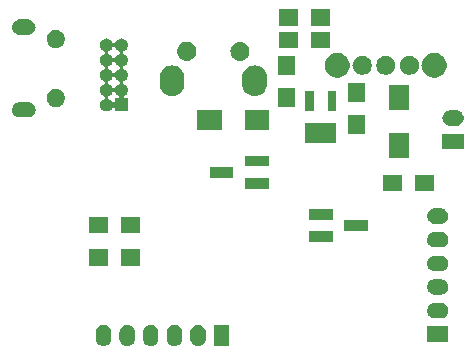
<source format=gbr>
G04 #@! TF.GenerationSoftware,KiCad,Pcbnew,5.0.2-bee76a0~70~ubuntu18.04.1*
G04 #@! TF.CreationDate,2019-04-29T21:23:14-04:00*
G04 #@! TF.ProjectId,E73 SCR,45373320-5343-4522-9e6b-696361645f70,rev?*
G04 #@! TF.SameCoordinates,Original*
G04 #@! TF.FileFunction,Soldermask,Bot*
G04 #@! TF.FilePolarity,Negative*
%FSLAX46Y46*%
G04 Gerber Fmt 4.6, Leading zero omitted, Abs format (unit mm)*
G04 Created by KiCad (PCBNEW 5.0.2-bee76a0~70~ubuntu18.04.1) date Mon 29 Apr 2019 09:23:14 PM EDT*
%MOMM*%
%LPD*%
G01*
G04 APERTURE LIST*
%ADD10C,0.100000*%
G04 APERTURE END LIST*
D10*
G36*
X128327618Y-86108420D02*
X128409427Y-86133237D01*
X128450333Y-86145645D01*
X128550491Y-86199181D01*
X128563426Y-86206095D01*
X128662553Y-86287447D01*
X128743905Y-86386574D01*
X128743906Y-86386576D01*
X128804355Y-86499667D01*
X128804355Y-86499668D01*
X128841580Y-86622382D01*
X128851000Y-86718027D01*
X128851000Y-87281973D01*
X128841580Y-87377618D01*
X128816763Y-87459427D01*
X128804355Y-87500333D01*
X128750819Y-87600491D01*
X128743905Y-87613426D01*
X128662553Y-87712553D01*
X128563425Y-87793905D01*
X128510782Y-87822043D01*
X128450332Y-87854355D01*
X128409426Y-87866763D01*
X128327617Y-87891580D01*
X128200000Y-87904149D01*
X128072382Y-87891580D01*
X127990573Y-87866763D01*
X127949667Y-87854355D01*
X127836576Y-87793906D01*
X127836574Y-87793905D01*
X127737447Y-87712553D01*
X127656095Y-87613425D01*
X127595646Y-87500333D01*
X127595645Y-87500332D01*
X127583237Y-87459426D01*
X127558420Y-87377617D01*
X127549000Y-87281972D01*
X127549000Y-86718027D01*
X127558420Y-86622382D01*
X127595645Y-86499668D01*
X127595645Y-86499667D01*
X127656094Y-86386576D01*
X127656095Y-86386574D01*
X127737448Y-86287447D01*
X127836575Y-86206095D01*
X127849510Y-86199181D01*
X127949668Y-86145645D01*
X127990574Y-86133237D01*
X128072383Y-86108420D01*
X128200000Y-86095851D01*
X128327618Y-86108420D01*
X128327618Y-86108420D01*
G37*
G36*
X122327618Y-86108420D02*
X122409427Y-86133237D01*
X122450333Y-86145645D01*
X122550491Y-86199181D01*
X122563426Y-86206095D01*
X122662553Y-86287447D01*
X122743905Y-86386574D01*
X122743906Y-86386576D01*
X122804355Y-86499667D01*
X122804355Y-86499668D01*
X122841580Y-86622382D01*
X122851000Y-86718027D01*
X122851000Y-87281973D01*
X122841580Y-87377618D01*
X122816763Y-87459427D01*
X122804355Y-87500333D01*
X122750819Y-87600491D01*
X122743905Y-87613426D01*
X122662553Y-87712553D01*
X122563425Y-87793905D01*
X122510782Y-87822043D01*
X122450332Y-87854355D01*
X122409426Y-87866763D01*
X122327617Y-87891580D01*
X122200000Y-87904149D01*
X122072382Y-87891580D01*
X121990573Y-87866763D01*
X121949667Y-87854355D01*
X121836576Y-87793906D01*
X121836574Y-87793905D01*
X121737447Y-87712553D01*
X121656095Y-87613425D01*
X121595646Y-87500333D01*
X121595645Y-87500332D01*
X121583237Y-87459426D01*
X121558420Y-87377617D01*
X121549000Y-87281972D01*
X121549000Y-86718027D01*
X121558420Y-86622382D01*
X121595645Y-86499668D01*
X121595645Y-86499667D01*
X121656094Y-86386576D01*
X121656095Y-86386574D01*
X121737448Y-86287447D01*
X121836575Y-86206095D01*
X121849510Y-86199181D01*
X121949668Y-86145645D01*
X121990574Y-86133237D01*
X122072383Y-86108420D01*
X122200000Y-86095851D01*
X122327618Y-86108420D01*
X122327618Y-86108420D01*
G37*
G36*
X120327618Y-86108420D02*
X120409427Y-86133237D01*
X120450333Y-86145645D01*
X120550491Y-86199181D01*
X120563426Y-86206095D01*
X120662553Y-86287447D01*
X120743905Y-86386574D01*
X120743906Y-86386576D01*
X120804355Y-86499667D01*
X120804355Y-86499668D01*
X120841580Y-86622382D01*
X120851000Y-86718027D01*
X120851000Y-87281973D01*
X120841580Y-87377618D01*
X120816763Y-87459427D01*
X120804355Y-87500333D01*
X120750819Y-87600491D01*
X120743905Y-87613426D01*
X120662553Y-87712553D01*
X120563425Y-87793905D01*
X120510782Y-87822043D01*
X120450332Y-87854355D01*
X120409426Y-87866763D01*
X120327617Y-87891580D01*
X120200000Y-87904149D01*
X120072382Y-87891580D01*
X119990573Y-87866763D01*
X119949667Y-87854355D01*
X119836576Y-87793906D01*
X119836574Y-87793905D01*
X119737447Y-87712553D01*
X119656095Y-87613425D01*
X119595646Y-87500333D01*
X119595645Y-87500332D01*
X119583237Y-87459426D01*
X119558420Y-87377617D01*
X119549000Y-87281972D01*
X119549000Y-86718027D01*
X119558420Y-86622382D01*
X119595645Y-86499668D01*
X119595645Y-86499667D01*
X119656094Y-86386576D01*
X119656095Y-86386574D01*
X119737448Y-86287447D01*
X119836575Y-86206095D01*
X119849510Y-86199181D01*
X119949668Y-86145645D01*
X119990574Y-86133237D01*
X120072383Y-86108420D01*
X120200000Y-86095851D01*
X120327618Y-86108420D01*
X120327618Y-86108420D01*
G37*
G36*
X126327618Y-86108420D02*
X126409427Y-86133237D01*
X126450333Y-86145645D01*
X126550491Y-86199181D01*
X126563426Y-86206095D01*
X126662553Y-86287447D01*
X126743905Y-86386574D01*
X126743906Y-86386576D01*
X126804355Y-86499667D01*
X126804355Y-86499668D01*
X126841580Y-86622382D01*
X126851000Y-86718027D01*
X126851000Y-87281973D01*
X126841580Y-87377618D01*
X126816763Y-87459427D01*
X126804355Y-87500333D01*
X126750819Y-87600491D01*
X126743905Y-87613426D01*
X126662553Y-87712553D01*
X126563425Y-87793905D01*
X126510782Y-87822043D01*
X126450332Y-87854355D01*
X126409426Y-87866763D01*
X126327617Y-87891580D01*
X126200000Y-87904149D01*
X126072382Y-87891580D01*
X125990573Y-87866763D01*
X125949667Y-87854355D01*
X125836576Y-87793906D01*
X125836574Y-87793905D01*
X125737447Y-87712553D01*
X125656095Y-87613425D01*
X125595646Y-87500333D01*
X125595645Y-87500332D01*
X125583237Y-87459426D01*
X125558420Y-87377617D01*
X125549000Y-87281972D01*
X125549000Y-86718027D01*
X125558420Y-86622382D01*
X125595645Y-86499668D01*
X125595645Y-86499667D01*
X125656094Y-86386576D01*
X125656095Y-86386574D01*
X125737448Y-86287447D01*
X125836575Y-86206095D01*
X125849510Y-86199181D01*
X125949668Y-86145645D01*
X125990574Y-86133237D01*
X126072383Y-86108420D01*
X126200000Y-86095851D01*
X126327618Y-86108420D01*
X126327618Y-86108420D01*
G37*
G36*
X124327618Y-86108420D02*
X124409427Y-86133237D01*
X124450333Y-86145645D01*
X124550491Y-86199181D01*
X124563426Y-86206095D01*
X124662553Y-86287447D01*
X124743905Y-86386574D01*
X124743906Y-86386576D01*
X124804355Y-86499667D01*
X124804355Y-86499668D01*
X124841580Y-86622382D01*
X124851000Y-86718027D01*
X124851000Y-87281973D01*
X124841580Y-87377618D01*
X124816763Y-87459427D01*
X124804355Y-87500333D01*
X124750819Y-87600491D01*
X124743905Y-87613426D01*
X124662553Y-87712553D01*
X124563425Y-87793905D01*
X124510782Y-87822043D01*
X124450332Y-87854355D01*
X124409426Y-87866763D01*
X124327617Y-87891580D01*
X124200000Y-87904149D01*
X124072382Y-87891580D01*
X123990573Y-87866763D01*
X123949667Y-87854355D01*
X123836576Y-87793906D01*
X123836574Y-87793905D01*
X123737447Y-87712553D01*
X123656095Y-87613425D01*
X123595646Y-87500333D01*
X123595645Y-87500332D01*
X123583237Y-87459426D01*
X123558420Y-87377617D01*
X123549000Y-87281972D01*
X123549000Y-86718027D01*
X123558420Y-86622382D01*
X123595645Y-86499668D01*
X123595645Y-86499667D01*
X123656094Y-86386576D01*
X123656095Y-86386574D01*
X123737448Y-86287447D01*
X123836575Y-86206095D01*
X123849510Y-86199181D01*
X123949668Y-86145645D01*
X123990574Y-86133237D01*
X124072383Y-86108420D01*
X124200000Y-86095851D01*
X124327618Y-86108420D01*
X124327618Y-86108420D01*
G37*
G36*
X130851000Y-87901000D02*
X129549000Y-87901000D01*
X129549000Y-86099000D01*
X130851000Y-86099000D01*
X130851000Y-87901000D01*
X130851000Y-87901000D01*
G37*
G36*
X149401000Y-87551000D02*
X147599000Y-87551000D01*
X147599000Y-86249000D01*
X149401000Y-86249000D01*
X149401000Y-87551000D01*
X149401000Y-87551000D01*
G37*
G36*
X148813855Y-84252140D02*
X148877618Y-84258420D01*
X148959427Y-84283237D01*
X149000333Y-84295645D01*
X149100491Y-84349181D01*
X149113426Y-84356095D01*
X149212553Y-84437447D01*
X149293905Y-84536574D01*
X149293906Y-84536576D01*
X149354355Y-84649667D01*
X149354355Y-84649668D01*
X149391580Y-84772382D01*
X149404149Y-84900000D01*
X149391580Y-85027618D01*
X149366763Y-85109427D01*
X149354355Y-85150333D01*
X149300819Y-85250491D01*
X149293905Y-85263426D01*
X149212553Y-85362553D01*
X149113426Y-85443905D01*
X149113424Y-85443906D01*
X149000333Y-85504355D01*
X148959427Y-85516763D01*
X148877618Y-85541580D01*
X148813855Y-85547860D01*
X148781974Y-85551000D01*
X148218026Y-85551000D01*
X148186145Y-85547860D01*
X148122382Y-85541580D01*
X148040573Y-85516763D01*
X147999667Y-85504355D01*
X147886576Y-85443906D01*
X147886574Y-85443905D01*
X147787447Y-85362553D01*
X147706095Y-85263426D01*
X147699181Y-85250491D01*
X147645645Y-85150333D01*
X147633237Y-85109427D01*
X147608420Y-85027618D01*
X147595851Y-84900000D01*
X147608420Y-84772382D01*
X147645645Y-84649668D01*
X147645645Y-84649667D01*
X147706094Y-84536576D01*
X147706095Y-84536574D01*
X147787447Y-84437447D01*
X147886574Y-84356095D01*
X147899509Y-84349181D01*
X147999667Y-84295645D01*
X148040573Y-84283237D01*
X148122382Y-84258420D01*
X148186145Y-84252140D01*
X148218026Y-84249000D01*
X148781974Y-84249000D01*
X148813855Y-84252140D01*
X148813855Y-84252140D01*
G37*
G36*
X148813855Y-82252140D02*
X148877618Y-82258420D01*
X148959427Y-82283237D01*
X149000333Y-82295645D01*
X149100491Y-82349181D01*
X149113426Y-82356095D01*
X149212553Y-82437447D01*
X149293905Y-82536574D01*
X149293906Y-82536576D01*
X149354355Y-82649667D01*
X149354355Y-82649668D01*
X149391580Y-82772382D01*
X149404149Y-82900000D01*
X149391580Y-83027618D01*
X149366763Y-83109427D01*
X149354355Y-83150333D01*
X149300819Y-83250491D01*
X149293905Y-83263426D01*
X149212553Y-83362553D01*
X149113426Y-83443905D01*
X149113424Y-83443906D01*
X149000333Y-83504355D01*
X148959427Y-83516763D01*
X148877618Y-83541580D01*
X148813855Y-83547860D01*
X148781974Y-83551000D01*
X148218026Y-83551000D01*
X148186145Y-83547860D01*
X148122382Y-83541580D01*
X148040573Y-83516763D01*
X147999667Y-83504355D01*
X147886576Y-83443906D01*
X147886574Y-83443905D01*
X147787447Y-83362553D01*
X147706095Y-83263426D01*
X147699181Y-83250491D01*
X147645645Y-83150333D01*
X147633237Y-83109427D01*
X147608420Y-83027618D01*
X147595851Y-82900000D01*
X147608420Y-82772382D01*
X147645645Y-82649668D01*
X147645645Y-82649667D01*
X147706094Y-82536576D01*
X147706095Y-82536574D01*
X147787447Y-82437447D01*
X147886574Y-82356095D01*
X147899509Y-82349181D01*
X147999667Y-82295645D01*
X148040573Y-82283237D01*
X148122382Y-82258420D01*
X148186145Y-82252140D01*
X148218026Y-82249000D01*
X148781974Y-82249000D01*
X148813855Y-82252140D01*
X148813855Y-82252140D01*
G37*
G36*
X148813855Y-80252140D02*
X148877618Y-80258420D01*
X148959427Y-80283237D01*
X149000333Y-80295645D01*
X149100491Y-80349181D01*
X149113426Y-80356095D01*
X149212553Y-80437447D01*
X149293905Y-80536574D01*
X149293906Y-80536576D01*
X149354355Y-80649667D01*
X149354355Y-80649668D01*
X149391580Y-80772382D01*
X149404149Y-80900000D01*
X149391580Y-81027618D01*
X149369320Y-81101000D01*
X149354355Y-81150333D01*
X149300819Y-81250491D01*
X149293905Y-81263426D01*
X149212553Y-81362553D01*
X149113426Y-81443905D01*
X149113424Y-81443906D01*
X149000333Y-81504355D01*
X148959427Y-81516763D01*
X148877618Y-81541580D01*
X148813855Y-81547860D01*
X148781974Y-81551000D01*
X148218026Y-81551000D01*
X148186145Y-81547860D01*
X148122382Y-81541580D01*
X148040573Y-81516763D01*
X147999667Y-81504355D01*
X147886576Y-81443906D01*
X147886574Y-81443905D01*
X147787447Y-81362553D01*
X147706095Y-81263426D01*
X147699181Y-81250491D01*
X147645645Y-81150333D01*
X147630680Y-81101000D01*
X147608420Y-81027618D01*
X147595851Y-80900000D01*
X147608420Y-80772382D01*
X147645645Y-80649668D01*
X147645645Y-80649667D01*
X147706094Y-80536576D01*
X147706095Y-80536574D01*
X147787447Y-80437447D01*
X147886574Y-80356095D01*
X147899509Y-80349181D01*
X147999667Y-80295645D01*
X148040573Y-80283237D01*
X148122382Y-80258420D01*
X148186145Y-80252140D01*
X148218026Y-80249000D01*
X148781974Y-80249000D01*
X148813855Y-80252140D01*
X148813855Y-80252140D01*
G37*
G36*
X120601000Y-81101000D02*
X118999000Y-81101000D01*
X118999000Y-79699000D01*
X120601000Y-79699000D01*
X120601000Y-81101000D01*
X120601000Y-81101000D01*
G37*
G36*
X123301000Y-81101000D02*
X121699000Y-81101000D01*
X121699000Y-79699000D01*
X123301000Y-79699000D01*
X123301000Y-81101000D01*
X123301000Y-81101000D01*
G37*
G36*
X148813855Y-78252140D02*
X148877618Y-78258420D01*
X148959427Y-78283237D01*
X149000333Y-78295645D01*
X149100491Y-78349181D01*
X149113426Y-78356095D01*
X149212553Y-78437447D01*
X149293905Y-78536574D01*
X149293906Y-78536576D01*
X149354355Y-78649667D01*
X149354355Y-78649668D01*
X149391580Y-78772382D01*
X149404149Y-78900000D01*
X149391580Y-79027618D01*
X149369320Y-79101000D01*
X149354355Y-79150333D01*
X149300819Y-79250491D01*
X149293905Y-79263426D01*
X149212553Y-79362553D01*
X149113426Y-79443905D01*
X149113424Y-79443906D01*
X149000333Y-79504355D01*
X148959427Y-79516763D01*
X148877618Y-79541580D01*
X148813855Y-79547860D01*
X148781974Y-79551000D01*
X148218026Y-79551000D01*
X148186145Y-79547860D01*
X148122382Y-79541580D01*
X148040573Y-79516763D01*
X147999667Y-79504355D01*
X147886576Y-79443906D01*
X147886574Y-79443905D01*
X147787447Y-79362553D01*
X147706095Y-79263426D01*
X147699181Y-79250491D01*
X147645645Y-79150333D01*
X147630680Y-79101000D01*
X147608420Y-79027618D01*
X147595851Y-78900000D01*
X147608420Y-78772382D01*
X147645645Y-78649668D01*
X147645645Y-78649667D01*
X147706094Y-78536576D01*
X147706095Y-78536574D01*
X147787447Y-78437447D01*
X147886574Y-78356095D01*
X147899509Y-78349181D01*
X147999667Y-78295645D01*
X148040573Y-78283237D01*
X148122382Y-78258420D01*
X148186145Y-78252140D01*
X148218026Y-78249000D01*
X148781974Y-78249000D01*
X148813855Y-78252140D01*
X148813855Y-78252140D01*
G37*
G36*
X139601000Y-79101000D02*
X137599000Y-79101000D01*
X137599000Y-78199000D01*
X139601000Y-78199000D01*
X139601000Y-79101000D01*
X139601000Y-79101000D01*
G37*
G36*
X123251000Y-78351000D02*
X121649000Y-78351000D01*
X121649000Y-76949000D01*
X123251000Y-76949000D01*
X123251000Y-78351000D01*
X123251000Y-78351000D01*
G37*
G36*
X120551000Y-78351000D02*
X118949000Y-78351000D01*
X118949000Y-76949000D01*
X120551000Y-76949000D01*
X120551000Y-78351000D01*
X120551000Y-78351000D01*
G37*
G36*
X142601000Y-78151000D02*
X140599000Y-78151000D01*
X140599000Y-77249000D01*
X142601000Y-77249000D01*
X142601000Y-78151000D01*
X142601000Y-78151000D01*
G37*
G36*
X148813855Y-76252140D02*
X148877618Y-76258420D01*
X148959427Y-76283237D01*
X149000333Y-76295645D01*
X149100491Y-76349181D01*
X149113426Y-76356095D01*
X149212553Y-76437447D01*
X149293905Y-76536574D01*
X149293906Y-76536576D01*
X149354355Y-76649667D01*
X149354355Y-76649668D01*
X149391580Y-76772382D01*
X149404149Y-76900000D01*
X149391580Y-77027618D01*
X149366763Y-77109427D01*
X149354355Y-77150333D01*
X149301616Y-77249000D01*
X149293905Y-77263426D01*
X149212553Y-77362553D01*
X149113426Y-77443905D01*
X149113424Y-77443906D01*
X149000333Y-77504355D01*
X148959427Y-77516763D01*
X148877618Y-77541580D01*
X148813855Y-77547860D01*
X148781974Y-77551000D01*
X148218026Y-77551000D01*
X148186145Y-77547860D01*
X148122382Y-77541580D01*
X148040573Y-77516763D01*
X147999667Y-77504355D01*
X147886576Y-77443906D01*
X147886574Y-77443905D01*
X147787447Y-77362553D01*
X147706095Y-77263426D01*
X147698384Y-77249000D01*
X147645645Y-77150333D01*
X147633237Y-77109427D01*
X147608420Y-77027618D01*
X147595851Y-76900000D01*
X147608420Y-76772382D01*
X147645645Y-76649668D01*
X147645645Y-76649667D01*
X147706094Y-76536576D01*
X147706095Y-76536574D01*
X147787447Y-76437447D01*
X147886574Y-76356095D01*
X147899509Y-76349181D01*
X147999667Y-76295645D01*
X148040573Y-76283237D01*
X148122382Y-76258420D01*
X148186145Y-76252140D01*
X148218026Y-76249000D01*
X148781974Y-76249000D01*
X148813855Y-76252140D01*
X148813855Y-76252140D01*
G37*
G36*
X139601000Y-77201000D02*
X137599000Y-77201000D01*
X137599000Y-76299000D01*
X139601000Y-76299000D01*
X139601000Y-77201000D01*
X139601000Y-77201000D01*
G37*
G36*
X148151000Y-74801000D02*
X146549000Y-74801000D01*
X146549000Y-73399000D01*
X148151000Y-73399000D01*
X148151000Y-74801000D01*
X148151000Y-74801000D01*
G37*
G36*
X145451000Y-74801000D02*
X143849000Y-74801000D01*
X143849000Y-73399000D01*
X145451000Y-73399000D01*
X145451000Y-74801000D01*
X145451000Y-74801000D01*
G37*
G36*
X134201000Y-74601000D02*
X132199000Y-74601000D01*
X132199000Y-73699000D01*
X134201000Y-73699000D01*
X134201000Y-74601000D01*
X134201000Y-74601000D01*
G37*
G36*
X131201000Y-73651000D02*
X129199000Y-73651000D01*
X129199000Y-72749000D01*
X131201000Y-72749000D01*
X131201000Y-73651000D01*
X131201000Y-73651000D01*
G37*
G36*
X134201000Y-72701000D02*
X132199000Y-72701000D01*
X132199000Y-71799000D01*
X134201000Y-71799000D01*
X134201000Y-72701000D01*
X134201000Y-72701000D01*
G37*
G36*
X146051000Y-71951000D02*
X144349000Y-71951000D01*
X144349000Y-69849000D01*
X146051000Y-69849000D01*
X146051000Y-71951000D01*
X146051000Y-71951000D01*
G37*
G36*
X150701000Y-71251000D02*
X148899000Y-71251000D01*
X148899000Y-69949000D01*
X150701000Y-69949000D01*
X150701000Y-71251000D01*
X150701000Y-71251000D01*
G37*
G36*
X139926000Y-70681000D02*
X137274000Y-70681000D01*
X137274000Y-69019000D01*
X139926000Y-69019000D01*
X139926000Y-70681000D01*
X139926000Y-70681000D01*
G37*
G36*
X142301000Y-69951000D02*
X140899000Y-69951000D01*
X140899000Y-68349000D01*
X142301000Y-68349000D01*
X142301000Y-69951000D01*
X142301000Y-69951000D01*
G37*
G36*
X130251000Y-69651000D02*
X128149000Y-69651000D01*
X128149000Y-67949000D01*
X130251000Y-67949000D01*
X130251000Y-69651000D01*
X130251000Y-69651000D01*
G37*
G36*
X134251000Y-69651000D02*
X132149000Y-69651000D01*
X132149000Y-67949000D01*
X134251000Y-67949000D01*
X134251000Y-69651000D01*
X134251000Y-69651000D01*
G37*
G36*
X150102280Y-67951000D02*
X150177618Y-67958420D01*
X150252054Y-67981000D01*
X150300333Y-67995645D01*
X150400491Y-68049181D01*
X150413426Y-68056095D01*
X150512553Y-68137447D01*
X150593905Y-68236574D01*
X150593906Y-68236576D01*
X150654355Y-68349667D01*
X150654355Y-68349668D01*
X150691580Y-68472382D01*
X150704149Y-68600000D01*
X150691580Y-68727618D01*
X150666763Y-68809427D01*
X150654355Y-68850333D01*
X150600819Y-68950491D01*
X150593905Y-68963426D01*
X150512553Y-69062553D01*
X150413426Y-69143905D01*
X150413424Y-69143906D01*
X150300333Y-69204355D01*
X150259427Y-69216763D01*
X150177618Y-69241580D01*
X150113855Y-69247860D01*
X150081974Y-69251000D01*
X149518026Y-69251000D01*
X149486145Y-69247860D01*
X149422382Y-69241580D01*
X149340573Y-69216763D01*
X149299667Y-69204355D01*
X149186576Y-69143906D01*
X149186574Y-69143905D01*
X149087447Y-69062553D01*
X149006095Y-68963426D01*
X148999181Y-68950491D01*
X148945645Y-68850333D01*
X148933237Y-68809427D01*
X148908420Y-68727618D01*
X148895851Y-68600000D01*
X148908420Y-68472382D01*
X148945645Y-68349668D01*
X148945645Y-68349667D01*
X149006094Y-68236576D01*
X149006095Y-68236574D01*
X149087447Y-68137447D01*
X149186574Y-68056095D01*
X149199509Y-68049181D01*
X149299667Y-67995645D01*
X149347946Y-67981000D01*
X149422382Y-67958420D01*
X149497720Y-67951000D01*
X149518026Y-67949000D01*
X150081974Y-67949000D01*
X150102280Y-67951000D01*
X150102280Y-67951000D01*
G37*
G36*
X113852280Y-67251000D02*
X113927618Y-67258420D01*
X113978612Y-67273889D01*
X114050333Y-67295645D01*
X114150491Y-67349181D01*
X114163426Y-67356095D01*
X114262553Y-67437447D01*
X114343905Y-67536574D01*
X114343906Y-67536576D01*
X114404355Y-67649667D01*
X114404355Y-67649668D01*
X114441580Y-67772382D01*
X114454149Y-67900000D01*
X114441580Y-68027618D01*
X114416763Y-68109427D01*
X114404355Y-68150333D01*
X114358258Y-68236574D01*
X114343905Y-68263426D01*
X114262553Y-68362553D01*
X114163426Y-68443905D01*
X114163424Y-68443906D01*
X114050333Y-68504355D01*
X114009427Y-68516763D01*
X113927618Y-68541580D01*
X113863855Y-68547860D01*
X113831974Y-68551000D01*
X113068026Y-68551000D01*
X113036145Y-68547860D01*
X112972382Y-68541580D01*
X112890573Y-68516763D01*
X112849667Y-68504355D01*
X112736576Y-68443906D01*
X112736574Y-68443905D01*
X112637447Y-68362553D01*
X112556095Y-68263426D01*
X112541742Y-68236574D01*
X112495645Y-68150333D01*
X112483237Y-68109427D01*
X112458420Y-68027618D01*
X112445851Y-67900000D01*
X112458420Y-67772382D01*
X112495645Y-67649668D01*
X112495645Y-67649667D01*
X112556094Y-67536576D01*
X112556095Y-67536574D01*
X112637447Y-67437447D01*
X112736574Y-67356095D01*
X112749509Y-67349181D01*
X112849667Y-67295645D01*
X112921388Y-67273889D01*
X112972382Y-67258420D01*
X113047720Y-67251000D01*
X113068026Y-67249000D01*
X113831974Y-67249000D01*
X113852280Y-67251000D01*
X113852280Y-67251000D01*
G37*
G36*
X120538015Y-61876973D02*
X120641879Y-61908479D01*
X120737600Y-61959644D01*
X120821501Y-62028499D01*
X120890356Y-62112400D01*
X120941521Y-62208121D01*
X120945383Y-62220854D01*
X120954760Y-62243493D01*
X120968374Y-62263867D01*
X120985701Y-62281194D01*
X121006076Y-62294808D01*
X121028715Y-62304186D01*
X121052748Y-62308966D01*
X121077252Y-62308966D01*
X121101286Y-62304185D01*
X121123925Y-62294808D01*
X121144299Y-62281194D01*
X121161626Y-62263867D01*
X121175240Y-62243492D01*
X121184617Y-62220854D01*
X121188479Y-62208121D01*
X121239644Y-62112400D01*
X121308499Y-62028499D01*
X121392400Y-61959644D01*
X121488121Y-61908479D01*
X121591985Y-61876973D01*
X121672933Y-61869000D01*
X121727067Y-61869000D01*
X121808015Y-61876973D01*
X121911879Y-61908479D01*
X122007600Y-61959644D01*
X122091501Y-62028499D01*
X122160356Y-62112400D01*
X122211521Y-62208121D01*
X122243027Y-62311985D01*
X122253666Y-62420000D01*
X122243027Y-62528015D01*
X122211521Y-62631879D01*
X122160356Y-62727600D01*
X122091501Y-62811501D01*
X122007600Y-62880356D01*
X121911879Y-62931521D01*
X121899142Y-62935385D01*
X121876507Y-62944760D01*
X121856133Y-62958374D01*
X121838806Y-62975701D01*
X121825192Y-62996076D01*
X121815814Y-63018715D01*
X121811034Y-63042748D01*
X121811034Y-63067252D01*
X121815815Y-63091286D01*
X121825192Y-63113925D01*
X121838806Y-63134299D01*
X121856133Y-63151626D01*
X121876508Y-63165240D01*
X121899142Y-63174615D01*
X121911879Y-63178479D01*
X122007600Y-63229644D01*
X122091501Y-63298499D01*
X122160356Y-63382400D01*
X122211521Y-63478121D01*
X122243027Y-63581985D01*
X122253666Y-63690000D01*
X122243027Y-63798015D01*
X122211521Y-63901879D01*
X122160356Y-63997600D01*
X122091501Y-64081501D01*
X122007600Y-64150356D01*
X121911879Y-64201521D01*
X121899142Y-64205385D01*
X121876507Y-64214760D01*
X121856133Y-64228374D01*
X121838806Y-64245701D01*
X121825192Y-64266076D01*
X121815814Y-64288715D01*
X121811034Y-64312748D01*
X121811034Y-64337252D01*
X121815815Y-64361286D01*
X121825192Y-64383925D01*
X121838806Y-64404299D01*
X121856133Y-64421626D01*
X121876508Y-64435240D01*
X121899142Y-64444615D01*
X121911879Y-64448479D01*
X122007600Y-64499644D01*
X122091501Y-64568499D01*
X122160356Y-64652400D01*
X122211521Y-64748121D01*
X122243027Y-64851985D01*
X122253666Y-64960000D01*
X122243027Y-65068015D01*
X122211521Y-65171879D01*
X122160356Y-65267600D01*
X122091501Y-65351501D01*
X122007600Y-65420356D01*
X121911879Y-65471521D01*
X121899142Y-65475385D01*
X121876507Y-65484760D01*
X121856133Y-65498374D01*
X121838806Y-65515701D01*
X121825192Y-65536076D01*
X121815814Y-65558715D01*
X121811034Y-65582748D01*
X121811034Y-65607252D01*
X121815815Y-65631286D01*
X121825192Y-65653925D01*
X121838806Y-65674299D01*
X121856133Y-65691626D01*
X121876508Y-65705240D01*
X121899142Y-65714615D01*
X121911879Y-65718479D01*
X122007600Y-65769644D01*
X122091501Y-65838499D01*
X122160356Y-65922400D01*
X122211521Y-66018121D01*
X122243027Y-66121985D01*
X122253666Y-66230000D01*
X122243027Y-66338015D01*
X122211521Y-66441879D01*
X122160356Y-66537600D01*
X122091501Y-66621501D01*
X122007600Y-66690356D01*
X121963805Y-66713766D01*
X121943439Y-66727374D01*
X121926111Y-66744701D01*
X121912498Y-66765076D01*
X121903120Y-66787715D01*
X121898340Y-66811748D01*
X121898340Y-66836252D01*
X121903121Y-66860286D01*
X121912498Y-66882925D01*
X121926112Y-66903299D01*
X121943439Y-66920627D01*
X121963814Y-66934240D01*
X121986453Y-66943618D01*
X122022738Y-66949000D01*
X122251000Y-66949000D01*
X122251000Y-68051000D01*
X121149000Y-68051000D01*
X121149000Y-67822738D01*
X121146598Y-67798352D01*
X121139485Y-67774903D01*
X121127934Y-67753292D01*
X121112388Y-67734350D01*
X121093446Y-67718804D01*
X121071835Y-67707253D01*
X121048386Y-67700140D01*
X121024000Y-67697738D01*
X120999614Y-67700140D01*
X120976165Y-67707253D01*
X120954554Y-67718804D01*
X120935612Y-67734350D01*
X120913764Y-67763808D01*
X120890356Y-67807600D01*
X120821501Y-67891501D01*
X120737600Y-67960356D01*
X120641879Y-68011521D01*
X120538015Y-68043027D01*
X120457067Y-68051000D01*
X120402933Y-68051000D01*
X120321985Y-68043027D01*
X120218121Y-68011521D01*
X120122400Y-67960356D01*
X120038499Y-67891501D01*
X119969644Y-67807600D01*
X119918479Y-67711879D01*
X119886973Y-67608015D01*
X119876334Y-67500000D01*
X119886973Y-67391985D01*
X119918479Y-67288121D01*
X119969644Y-67192400D01*
X120038499Y-67108499D01*
X120122400Y-67039644D01*
X120218121Y-66988479D01*
X120230858Y-66984615D01*
X120253493Y-66975240D01*
X120273867Y-66961626D01*
X120291194Y-66944299D01*
X120304808Y-66923924D01*
X120314186Y-66901285D01*
X120318966Y-66877252D01*
X120318966Y-66852748D01*
X120541034Y-66852748D01*
X120541034Y-66877252D01*
X120545815Y-66901286D01*
X120555192Y-66923925D01*
X120568806Y-66944299D01*
X120586133Y-66961626D01*
X120606508Y-66975240D01*
X120629142Y-66984615D01*
X120641879Y-66988479D01*
X120737600Y-67039644D01*
X120821501Y-67108499D01*
X120890356Y-67192400D01*
X120913766Y-67236195D01*
X120927374Y-67256561D01*
X120944701Y-67273889D01*
X120965076Y-67287502D01*
X120987715Y-67296880D01*
X121011748Y-67301660D01*
X121036252Y-67301660D01*
X121060286Y-67296879D01*
X121082925Y-67287502D01*
X121103299Y-67273888D01*
X121120627Y-67256561D01*
X121134240Y-67236186D01*
X121143618Y-67213547D01*
X121149000Y-67177262D01*
X121149000Y-66949000D01*
X121377262Y-66949000D01*
X121401648Y-66946598D01*
X121425097Y-66939485D01*
X121446708Y-66927934D01*
X121465650Y-66912388D01*
X121481196Y-66893446D01*
X121492747Y-66871835D01*
X121499860Y-66848386D01*
X121502262Y-66824000D01*
X121499860Y-66799614D01*
X121492747Y-66776165D01*
X121481196Y-66754554D01*
X121465650Y-66735612D01*
X121436192Y-66713764D01*
X121392400Y-66690356D01*
X121308499Y-66621501D01*
X121239644Y-66537600D01*
X121188479Y-66441879D01*
X121184615Y-66429142D01*
X121175240Y-66406507D01*
X121161626Y-66386133D01*
X121144299Y-66368806D01*
X121123924Y-66355192D01*
X121101285Y-66345814D01*
X121077252Y-66341034D01*
X121052748Y-66341034D01*
X121028714Y-66345815D01*
X121006075Y-66355192D01*
X120985701Y-66368806D01*
X120968374Y-66386133D01*
X120954760Y-66406508D01*
X120945385Y-66429142D01*
X120941521Y-66441879D01*
X120890356Y-66537600D01*
X120821501Y-66621501D01*
X120737600Y-66690356D01*
X120641879Y-66741521D01*
X120629142Y-66745385D01*
X120606507Y-66754760D01*
X120586133Y-66768374D01*
X120568806Y-66785701D01*
X120555192Y-66806076D01*
X120545814Y-66828715D01*
X120541034Y-66852748D01*
X120318966Y-66852748D01*
X120314185Y-66828714D01*
X120304808Y-66806075D01*
X120291194Y-66785701D01*
X120273867Y-66768374D01*
X120253492Y-66754760D01*
X120230858Y-66745385D01*
X120218121Y-66741521D01*
X120122400Y-66690356D01*
X120038499Y-66621501D01*
X119969644Y-66537600D01*
X119918479Y-66441879D01*
X119886973Y-66338015D01*
X119876334Y-66230000D01*
X119886973Y-66121985D01*
X119918479Y-66018121D01*
X119969644Y-65922400D01*
X120038499Y-65838499D01*
X120122400Y-65769644D01*
X120218121Y-65718479D01*
X120230858Y-65714615D01*
X120253493Y-65705240D01*
X120273867Y-65691626D01*
X120291194Y-65674299D01*
X120304808Y-65653924D01*
X120314186Y-65631285D01*
X120318966Y-65607252D01*
X120318966Y-65582748D01*
X120541034Y-65582748D01*
X120541034Y-65607252D01*
X120545815Y-65631286D01*
X120555192Y-65653925D01*
X120568806Y-65674299D01*
X120586133Y-65691626D01*
X120606508Y-65705240D01*
X120629142Y-65714615D01*
X120641879Y-65718479D01*
X120737600Y-65769644D01*
X120821501Y-65838499D01*
X120890356Y-65922400D01*
X120941521Y-66018121D01*
X120945383Y-66030854D01*
X120954760Y-66053493D01*
X120968374Y-66073867D01*
X120985701Y-66091194D01*
X121006076Y-66104808D01*
X121028715Y-66114186D01*
X121052748Y-66118966D01*
X121077252Y-66118966D01*
X121101286Y-66114185D01*
X121123925Y-66104808D01*
X121144299Y-66091194D01*
X121161626Y-66073867D01*
X121175240Y-66053492D01*
X121184617Y-66030854D01*
X121188479Y-66018121D01*
X121239644Y-65922400D01*
X121308499Y-65838499D01*
X121392400Y-65769644D01*
X121488121Y-65718479D01*
X121500858Y-65714615D01*
X121523493Y-65705240D01*
X121543867Y-65691626D01*
X121561194Y-65674299D01*
X121574808Y-65653924D01*
X121584186Y-65631285D01*
X121588966Y-65607252D01*
X121588966Y-65582748D01*
X121584185Y-65558714D01*
X121574808Y-65536075D01*
X121561194Y-65515701D01*
X121543867Y-65498374D01*
X121523492Y-65484760D01*
X121500858Y-65475385D01*
X121488121Y-65471521D01*
X121392400Y-65420356D01*
X121308499Y-65351501D01*
X121239644Y-65267600D01*
X121188479Y-65171879D01*
X121184615Y-65159142D01*
X121175240Y-65136507D01*
X121161626Y-65116133D01*
X121144299Y-65098806D01*
X121123924Y-65085192D01*
X121101285Y-65075814D01*
X121077252Y-65071034D01*
X121052748Y-65071034D01*
X121028714Y-65075815D01*
X121006075Y-65085192D01*
X120985701Y-65098806D01*
X120968374Y-65116133D01*
X120954760Y-65136508D01*
X120945385Y-65159142D01*
X120941521Y-65171879D01*
X120890356Y-65267600D01*
X120821501Y-65351501D01*
X120737600Y-65420356D01*
X120641879Y-65471521D01*
X120629142Y-65475385D01*
X120606507Y-65484760D01*
X120586133Y-65498374D01*
X120568806Y-65515701D01*
X120555192Y-65536076D01*
X120545814Y-65558715D01*
X120541034Y-65582748D01*
X120318966Y-65582748D01*
X120314185Y-65558714D01*
X120304808Y-65536075D01*
X120291194Y-65515701D01*
X120273867Y-65498374D01*
X120253492Y-65484760D01*
X120230858Y-65475385D01*
X120218121Y-65471521D01*
X120122400Y-65420356D01*
X120038499Y-65351501D01*
X119969644Y-65267600D01*
X119918479Y-65171879D01*
X119886973Y-65068015D01*
X119876334Y-64960000D01*
X119886973Y-64851985D01*
X119918479Y-64748121D01*
X119969644Y-64652400D01*
X120038499Y-64568499D01*
X120122400Y-64499644D01*
X120218121Y-64448479D01*
X120230858Y-64444615D01*
X120253493Y-64435240D01*
X120273867Y-64421626D01*
X120291194Y-64404299D01*
X120304808Y-64383924D01*
X120314186Y-64361285D01*
X120318966Y-64337252D01*
X120318966Y-64312748D01*
X120541034Y-64312748D01*
X120541034Y-64337252D01*
X120545815Y-64361286D01*
X120555192Y-64383925D01*
X120568806Y-64404299D01*
X120586133Y-64421626D01*
X120606508Y-64435240D01*
X120629142Y-64444615D01*
X120641879Y-64448479D01*
X120737600Y-64499644D01*
X120821501Y-64568499D01*
X120890356Y-64652400D01*
X120941521Y-64748121D01*
X120945383Y-64760854D01*
X120954760Y-64783493D01*
X120968374Y-64803867D01*
X120985701Y-64821194D01*
X121006076Y-64834808D01*
X121028715Y-64844186D01*
X121052748Y-64848966D01*
X121077252Y-64848966D01*
X121101286Y-64844185D01*
X121123925Y-64834808D01*
X121144299Y-64821194D01*
X121161626Y-64803867D01*
X121175240Y-64783492D01*
X121184617Y-64760854D01*
X121188479Y-64748121D01*
X121239644Y-64652400D01*
X121308499Y-64568499D01*
X121392400Y-64499644D01*
X121488121Y-64448479D01*
X121500858Y-64444615D01*
X121523493Y-64435240D01*
X121543867Y-64421626D01*
X121561194Y-64404299D01*
X121574808Y-64383924D01*
X121584186Y-64361285D01*
X121588966Y-64337252D01*
X121588966Y-64312748D01*
X121584185Y-64288714D01*
X121574808Y-64266075D01*
X121561194Y-64245701D01*
X121543867Y-64228374D01*
X121523492Y-64214760D01*
X121500858Y-64205385D01*
X121488121Y-64201521D01*
X121392400Y-64150356D01*
X121308499Y-64081501D01*
X121239644Y-63997600D01*
X121188479Y-63901879D01*
X121184615Y-63889142D01*
X121175240Y-63866507D01*
X121161626Y-63846133D01*
X121144299Y-63828806D01*
X121123924Y-63815192D01*
X121101285Y-63805814D01*
X121077252Y-63801034D01*
X121052748Y-63801034D01*
X121028714Y-63805815D01*
X121006075Y-63815192D01*
X120985701Y-63828806D01*
X120968374Y-63846133D01*
X120954760Y-63866508D01*
X120945385Y-63889142D01*
X120941521Y-63901879D01*
X120890356Y-63997600D01*
X120821501Y-64081501D01*
X120737600Y-64150356D01*
X120641879Y-64201521D01*
X120629142Y-64205385D01*
X120606507Y-64214760D01*
X120586133Y-64228374D01*
X120568806Y-64245701D01*
X120555192Y-64266076D01*
X120545814Y-64288715D01*
X120541034Y-64312748D01*
X120318966Y-64312748D01*
X120314185Y-64288714D01*
X120304808Y-64266075D01*
X120291194Y-64245701D01*
X120273867Y-64228374D01*
X120253492Y-64214760D01*
X120230858Y-64205385D01*
X120218121Y-64201521D01*
X120122400Y-64150356D01*
X120038499Y-64081501D01*
X119969644Y-63997600D01*
X119918479Y-63901879D01*
X119886973Y-63798015D01*
X119876334Y-63690000D01*
X119886973Y-63581985D01*
X119918479Y-63478121D01*
X119969644Y-63382400D01*
X120038499Y-63298499D01*
X120122400Y-63229644D01*
X120218121Y-63178479D01*
X120230858Y-63174615D01*
X120253493Y-63165240D01*
X120273867Y-63151626D01*
X120291194Y-63134299D01*
X120304808Y-63113924D01*
X120314186Y-63091285D01*
X120318966Y-63067252D01*
X120318966Y-63042748D01*
X120541034Y-63042748D01*
X120541034Y-63067252D01*
X120545815Y-63091286D01*
X120555192Y-63113925D01*
X120568806Y-63134299D01*
X120586133Y-63151626D01*
X120606508Y-63165240D01*
X120629142Y-63174615D01*
X120641879Y-63178479D01*
X120737600Y-63229644D01*
X120821501Y-63298499D01*
X120890356Y-63382400D01*
X120941521Y-63478121D01*
X120945383Y-63490854D01*
X120954760Y-63513493D01*
X120968374Y-63533867D01*
X120985701Y-63551194D01*
X121006076Y-63564808D01*
X121028715Y-63574186D01*
X121052748Y-63578966D01*
X121077252Y-63578966D01*
X121101286Y-63574185D01*
X121123925Y-63564808D01*
X121144299Y-63551194D01*
X121161626Y-63533867D01*
X121175240Y-63513492D01*
X121184617Y-63490854D01*
X121188479Y-63478121D01*
X121239644Y-63382400D01*
X121308499Y-63298499D01*
X121392400Y-63229644D01*
X121488121Y-63178479D01*
X121500858Y-63174615D01*
X121523493Y-63165240D01*
X121543867Y-63151626D01*
X121561194Y-63134299D01*
X121574808Y-63113924D01*
X121584186Y-63091285D01*
X121588966Y-63067252D01*
X121588966Y-63042748D01*
X121584185Y-63018714D01*
X121574808Y-62996075D01*
X121561194Y-62975701D01*
X121543867Y-62958374D01*
X121523492Y-62944760D01*
X121500858Y-62935385D01*
X121488121Y-62931521D01*
X121392400Y-62880356D01*
X121308499Y-62811501D01*
X121239644Y-62727600D01*
X121188479Y-62631879D01*
X121184615Y-62619142D01*
X121175240Y-62596507D01*
X121161626Y-62576133D01*
X121144299Y-62558806D01*
X121123924Y-62545192D01*
X121101285Y-62535814D01*
X121077252Y-62531034D01*
X121052748Y-62531034D01*
X121028714Y-62535815D01*
X121006075Y-62545192D01*
X120985701Y-62558806D01*
X120968374Y-62576133D01*
X120954760Y-62596508D01*
X120945385Y-62619142D01*
X120941521Y-62631879D01*
X120890356Y-62727600D01*
X120821501Y-62811501D01*
X120737600Y-62880356D01*
X120641879Y-62931521D01*
X120629142Y-62935385D01*
X120606507Y-62944760D01*
X120586133Y-62958374D01*
X120568806Y-62975701D01*
X120555192Y-62996076D01*
X120545814Y-63018715D01*
X120541034Y-63042748D01*
X120318966Y-63042748D01*
X120314185Y-63018714D01*
X120304808Y-62996075D01*
X120291194Y-62975701D01*
X120273867Y-62958374D01*
X120253492Y-62944760D01*
X120230858Y-62935385D01*
X120218121Y-62931521D01*
X120122400Y-62880356D01*
X120038499Y-62811501D01*
X119969644Y-62727600D01*
X119918479Y-62631879D01*
X119886973Y-62528015D01*
X119876334Y-62420000D01*
X119886973Y-62311985D01*
X119918479Y-62208121D01*
X119969644Y-62112400D01*
X120038499Y-62028499D01*
X120122400Y-61959644D01*
X120218121Y-61908479D01*
X120321985Y-61876973D01*
X120402933Y-61869000D01*
X120457067Y-61869000D01*
X120538015Y-61876973D01*
X120538015Y-61876973D01*
G37*
G36*
X139926000Y-67981000D02*
X139174000Y-67981000D01*
X139174000Y-66319000D01*
X139926000Y-66319000D01*
X139926000Y-67981000D01*
X139926000Y-67981000D01*
G37*
G36*
X138026000Y-67981000D02*
X137274000Y-67981000D01*
X137274000Y-66319000D01*
X138026000Y-66319000D01*
X138026000Y-67981000D01*
X138026000Y-67981000D01*
G37*
G36*
X146051000Y-67951000D02*
X144349000Y-67951000D01*
X144349000Y-65849000D01*
X146051000Y-65849000D01*
X146051000Y-67951000D01*
X146051000Y-67951000D01*
G37*
G36*
X116376349Y-66153820D02*
X116376352Y-66153821D01*
X116376351Y-66153821D01*
X116517574Y-66212317D01*
X116517575Y-66212318D01*
X116644674Y-66297243D01*
X116752757Y-66405326D01*
X116752759Y-66405329D01*
X116837683Y-66532426D01*
X116856602Y-66578101D01*
X116896180Y-66673651D01*
X116926000Y-66823569D01*
X116926000Y-66976431D01*
X116896180Y-67126349D01*
X116896179Y-67126351D01*
X116837683Y-67267574D01*
X116837682Y-67267575D01*
X116752757Y-67394674D01*
X116644674Y-67502757D01*
X116644671Y-67502759D01*
X116517574Y-67587683D01*
X116408343Y-67632927D01*
X116376349Y-67646180D01*
X116226431Y-67676000D01*
X116073569Y-67676000D01*
X115923651Y-67646180D01*
X115891657Y-67632927D01*
X115782426Y-67587683D01*
X115655329Y-67502759D01*
X115655326Y-67502757D01*
X115547243Y-67394674D01*
X115462318Y-67267575D01*
X115462317Y-67267574D01*
X115403821Y-67126351D01*
X115403820Y-67126349D01*
X115374000Y-66976431D01*
X115374000Y-66823569D01*
X115403820Y-66673651D01*
X115443398Y-66578101D01*
X115462317Y-66532426D01*
X115547241Y-66405329D01*
X115547243Y-66405326D01*
X115655326Y-66297243D01*
X115782425Y-66212318D01*
X115782426Y-66212317D01*
X115923649Y-66153821D01*
X115923648Y-66153821D01*
X115923651Y-66153820D01*
X116073569Y-66124000D01*
X116226431Y-66124000D01*
X116376349Y-66153820D01*
X116376349Y-66153820D01*
G37*
G36*
X136401000Y-67651000D02*
X134999000Y-67651000D01*
X134999000Y-66049000D01*
X136401000Y-66049000D01*
X136401000Y-67651000D01*
X136401000Y-67651000D01*
G37*
G36*
X142301000Y-67251000D02*
X140899000Y-67251000D01*
X140899000Y-65649000D01*
X142301000Y-65649000D01*
X142301000Y-67251000D01*
X142301000Y-67251000D01*
G37*
G36*
X133206032Y-64164207D02*
X133404146Y-64224305D01*
X133586729Y-64321897D01*
X133708249Y-64421626D01*
X133746765Y-64453235D01*
X133878103Y-64613270D01*
X133975693Y-64795850D01*
X133975694Y-64795853D01*
X133975695Y-64795855D01*
X134035793Y-64993969D01*
X134051000Y-65148371D01*
X134051000Y-65751630D01*
X134035793Y-65906032D01*
X133975695Y-66104146D01*
X133878103Y-66286729D01*
X133878101Y-66286731D01*
X133746768Y-66446762D01*
X133746766Y-66446763D01*
X133746765Y-66446765D01*
X133586729Y-66578103D01*
X133404145Y-66675695D01*
X133206031Y-66735793D01*
X133000000Y-66756085D01*
X132793968Y-66735793D01*
X132595854Y-66675695D01*
X132413271Y-66578103D01*
X132349257Y-66525568D01*
X132253238Y-66446768D01*
X132253237Y-66446766D01*
X132253235Y-66446765D01*
X132121897Y-66286729D01*
X132024305Y-66104145D01*
X131964207Y-65906031D01*
X131949000Y-65751629D01*
X131949000Y-65148370D01*
X131964207Y-64993968D01*
X132024305Y-64795854D01*
X132121898Y-64613271D01*
X132121899Y-64613269D01*
X132253236Y-64453235D01*
X132291752Y-64421626D01*
X132413272Y-64321897D01*
X132595855Y-64224305D01*
X132793969Y-64164207D01*
X133000000Y-64143915D01*
X133206032Y-64164207D01*
X133206032Y-64164207D01*
G37*
G36*
X126206032Y-64164207D02*
X126404146Y-64224305D01*
X126586729Y-64321897D01*
X126708249Y-64421626D01*
X126746765Y-64453235D01*
X126878103Y-64613270D01*
X126975693Y-64795850D01*
X126975694Y-64795853D01*
X126975695Y-64795855D01*
X127035793Y-64993969D01*
X127051000Y-65148371D01*
X127051000Y-65751630D01*
X127035793Y-65906032D01*
X126975695Y-66104146D01*
X126878103Y-66286729D01*
X126878101Y-66286731D01*
X126746768Y-66446762D01*
X126746766Y-66446763D01*
X126746765Y-66446765D01*
X126586729Y-66578103D01*
X126404145Y-66675695D01*
X126206031Y-66735793D01*
X126000000Y-66756085D01*
X125793968Y-66735793D01*
X125595854Y-66675695D01*
X125413271Y-66578103D01*
X125349257Y-66525568D01*
X125253238Y-66446768D01*
X125253237Y-66446766D01*
X125253235Y-66446765D01*
X125121897Y-66286729D01*
X125024305Y-66104145D01*
X124964207Y-65906031D01*
X124949000Y-65751629D01*
X124949000Y-65148370D01*
X124964207Y-64993968D01*
X125024305Y-64795854D01*
X125121898Y-64613271D01*
X125121899Y-64613269D01*
X125253236Y-64453235D01*
X125291752Y-64421626D01*
X125413272Y-64321897D01*
X125595855Y-64224305D01*
X125793969Y-64164207D01*
X126000000Y-64143915D01*
X126206032Y-64164207D01*
X126206032Y-64164207D01*
G37*
G36*
X148506565Y-63139389D02*
X148697834Y-63218615D01*
X148869976Y-63333637D01*
X149016363Y-63480024D01*
X149131385Y-63652166D01*
X149210611Y-63843435D01*
X149251000Y-64046484D01*
X149251000Y-64253516D01*
X149210611Y-64456565D01*
X149131385Y-64647834D01*
X149016363Y-64819976D01*
X148869976Y-64966363D01*
X148697834Y-65081385D01*
X148506565Y-65160611D01*
X148303516Y-65201000D01*
X148096484Y-65201000D01*
X147893435Y-65160611D01*
X147702166Y-65081385D01*
X147530024Y-64966363D01*
X147383637Y-64819976D01*
X147268615Y-64647834D01*
X147189389Y-64456565D01*
X147149000Y-64253516D01*
X147149000Y-64251258D01*
X147146598Y-64226872D01*
X147139485Y-64203423D01*
X147127934Y-64181812D01*
X147112388Y-64162870D01*
X147096707Y-64150000D01*
X147112388Y-64137131D01*
X147127933Y-64118189D01*
X147139485Y-64096578D01*
X147146598Y-64073129D01*
X147149000Y-64048742D01*
X147149000Y-64046484D01*
X147189389Y-63843435D01*
X147268615Y-63652166D01*
X147383637Y-63480024D01*
X147530024Y-63333637D01*
X147702166Y-63218615D01*
X147893435Y-63139389D01*
X148096484Y-63099000D01*
X148303516Y-63099000D01*
X148506565Y-63139389D01*
X148506565Y-63139389D01*
G37*
G36*
X140306565Y-63139389D02*
X140497834Y-63218615D01*
X140669976Y-63333637D01*
X140816363Y-63480024D01*
X140931385Y-63652166D01*
X141010611Y-63843435D01*
X141051000Y-64046484D01*
X141051000Y-64048742D01*
X141053402Y-64073128D01*
X141060515Y-64096577D01*
X141072066Y-64118188D01*
X141087612Y-64137130D01*
X141103293Y-64150000D01*
X141087612Y-64162869D01*
X141072067Y-64181811D01*
X141060515Y-64203422D01*
X141053402Y-64226871D01*
X141051000Y-64251258D01*
X141051000Y-64253516D01*
X141010611Y-64456565D01*
X140931385Y-64647834D01*
X140816363Y-64819976D01*
X140669976Y-64966363D01*
X140497834Y-65081385D01*
X140306565Y-65160611D01*
X140103516Y-65201000D01*
X139896484Y-65201000D01*
X139693435Y-65160611D01*
X139502166Y-65081385D01*
X139330024Y-64966363D01*
X139183637Y-64819976D01*
X139068615Y-64647834D01*
X138989389Y-64456565D01*
X138949000Y-64253516D01*
X138949000Y-64046484D01*
X138989389Y-63843435D01*
X139068615Y-63652166D01*
X139183637Y-63480024D01*
X139330024Y-63333637D01*
X139502166Y-63218615D01*
X139693435Y-63139389D01*
X139896484Y-63099000D01*
X140103516Y-63099000D01*
X140306565Y-63139389D01*
X140306565Y-63139389D01*
G37*
G36*
X136401000Y-64951000D02*
X134999000Y-64951000D01*
X134999000Y-63349000D01*
X136401000Y-63349000D01*
X136401000Y-64951000D01*
X136401000Y-64951000D01*
G37*
G36*
X142333643Y-63379781D02*
X142479415Y-63440162D01*
X142610611Y-63527824D01*
X142722176Y-63639389D01*
X142809838Y-63770585D01*
X142870219Y-63916357D01*
X142901000Y-64071107D01*
X142901000Y-64228893D01*
X142870219Y-64383643D01*
X142809838Y-64529415D01*
X142722176Y-64660611D01*
X142610611Y-64772176D01*
X142479415Y-64859838D01*
X142333643Y-64920219D01*
X142178893Y-64951000D01*
X142021107Y-64951000D01*
X141866357Y-64920219D01*
X141720585Y-64859838D01*
X141589389Y-64772176D01*
X141477824Y-64660611D01*
X141390162Y-64529415D01*
X141329781Y-64383643D01*
X141298598Y-64226872D01*
X141291485Y-64203423D01*
X141279934Y-64181812D01*
X141264389Y-64162870D01*
X141248707Y-64150000D01*
X141264388Y-64137130D01*
X141279934Y-64118188D01*
X141291485Y-64096577D01*
X141298598Y-64073128D01*
X141329781Y-63916357D01*
X141390162Y-63770585D01*
X141477824Y-63639389D01*
X141589389Y-63527824D01*
X141720585Y-63440162D01*
X141866357Y-63379781D01*
X142021107Y-63349000D01*
X142178893Y-63349000D01*
X142333643Y-63379781D01*
X142333643Y-63379781D01*
G37*
G36*
X146333643Y-63379781D02*
X146479415Y-63440162D01*
X146610611Y-63527824D01*
X146722176Y-63639389D01*
X146809838Y-63770585D01*
X146870219Y-63916357D01*
X146901402Y-64073128D01*
X146908515Y-64096577D01*
X146920066Y-64118188D01*
X146935611Y-64137130D01*
X146951293Y-64150000D01*
X146935612Y-64162870D01*
X146920066Y-64181812D01*
X146908515Y-64203423D01*
X146901402Y-64226872D01*
X146870219Y-64383643D01*
X146809838Y-64529415D01*
X146722176Y-64660611D01*
X146610611Y-64772176D01*
X146479415Y-64859838D01*
X146333643Y-64920219D01*
X146178893Y-64951000D01*
X146021107Y-64951000D01*
X145866357Y-64920219D01*
X145720585Y-64859838D01*
X145589389Y-64772176D01*
X145477824Y-64660611D01*
X145390162Y-64529415D01*
X145329781Y-64383643D01*
X145299000Y-64228893D01*
X145299000Y-64071107D01*
X145329781Y-63916357D01*
X145390162Y-63770585D01*
X145477824Y-63639389D01*
X145589389Y-63527824D01*
X145720585Y-63440162D01*
X145866357Y-63379781D01*
X146021107Y-63349000D01*
X146178893Y-63349000D01*
X146333643Y-63379781D01*
X146333643Y-63379781D01*
G37*
G36*
X144333643Y-63379781D02*
X144479415Y-63440162D01*
X144610611Y-63527824D01*
X144722176Y-63639389D01*
X144809838Y-63770585D01*
X144870219Y-63916357D01*
X144901000Y-64071107D01*
X144901000Y-64228893D01*
X144870219Y-64383643D01*
X144809838Y-64529415D01*
X144722176Y-64660611D01*
X144610611Y-64772176D01*
X144479415Y-64859838D01*
X144333643Y-64920219D01*
X144178893Y-64951000D01*
X144021107Y-64951000D01*
X143866357Y-64920219D01*
X143720585Y-64859838D01*
X143589389Y-64772176D01*
X143477824Y-64660611D01*
X143390162Y-64529415D01*
X143329781Y-64383643D01*
X143299000Y-64228893D01*
X143299000Y-64071107D01*
X143329781Y-63916357D01*
X143390162Y-63770585D01*
X143477824Y-63639389D01*
X143589389Y-63527824D01*
X143720585Y-63440162D01*
X143866357Y-63379781D01*
X144021107Y-63349000D01*
X144178893Y-63349000D01*
X144333643Y-63379781D01*
X144333643Y-63379781D01*
G37*
G36*
X131907025Y-62170590D02*
X132058012Y-62216392D01*
X132197165Y-62290770D01*
X132319133Y-62390867D01*
X132419230Y-62512835D01*
X132493608Y-62651988D01*
X132539410Y-62802975D01*
X132554875Y-62960000D01*
X132539410Y-63117025D01*
X132493608Y-63268012D01*
X132419230Y-63407165D01*
X132319133Y-63529133D01*
X132197165Y-63629230D01*
X132058012Y-63703608D01*
X131907025Y-63749410D01*
X131789346Y-63761000D01*
X131710654Y-63761000D01*
X131592975Y-63749410D01*
X131441988Y-63703608D01*
X131302835Y-63629230D01*
X131180867Y-63529133D01*
X131080770Y-63407165D01*
X131006392Y-63268012D01*
X130960590Y-63117025D01*
X130945125Y-62960000D01*
X130960590Y-62802975D01*
X131006392Y-62651988D01*
X131080770Y-62512835D01*
X131180867Y-62390867D01*
X131302835Y-62290770D01*
X131441988Y-62216392D01*
X131592975Y-62170590D01*
X131710654Y-62159000D01*
X131789346Y-62159000D01*
X131907025Y-62170590D01*
X131907025Y-62170590D01*
G37*
G36*
X127407025Y-62160590D02*
X127558012Y-62206392D01*
X127697165Y-62280770D01*
X127819133Y-62380867D01*
X127919230Y-62502835D01*
X127993608Y-62641988D01*
X128039410Y-62792975D01*
X128054875Y-62950000D01*
X128039410Y-63107025D01*
X127993608Y-63258012D01*
X127919230Y-63397165D01*
X127819133Y-63519133D01*
X127697165Y-63619230D01*
X127558012Y-63693608D01*
X127407025Y-63739410D01*
X127289346Y-63751000D01*
X127210654Y-63751000D01*
X127092975Y-63739410D01*
X126941988Y-63693608D01*
X126802835Y-63619230D01*
X126680867Y-63519133D01*
X126580770Y-63397165D01*
X126506392Y-63258012D01*
X126460590Y-63107025D01*
X126445125Y-62950000D01*
X126460590Y-62792975D01*
X126506392Y-62641988D01*
X126580770Y-62502835D01*
X126680867Y-62380867D01*
X126802835Y-62280770D01*
X126941988Y-62206392D01*
X127092975Y-62160590D01*
X127210654Y-62149000D01*
X127289346Y-62149000D01*
X127407025Y-62160590D01*
X127407025Y-62160590D01*
G37*
G36*
X139351000Y-62701000D02*
X137749000Y-62701000D01*
X137749000Y-61299000D01*
X139351000Y-61299000D01*
X139351000Y-62701000D01*
X139351000Y-62701000D01*
G37*
G36*
X136651000Y-62701000D02*
X135049000Y-62701000D01*
X135049000Y-61299000D01*
X136651000Y-61299000D01*
X136651000Y-62701000D01*
X136651000Y-62701000D01*
G37*
G36*
X116376349Y-61153820D02*
X116376352Y-61153821D01*
X116376351Y-61153821D01*
X116517574Y-61212317D01*
X116642956Y-61296095D01*
X116644674Y-61297243D01*
X116752757Y-61405326D01*
X116752759Y-61405329D01*
X116837683Y-61532426D01*
X116882927Y-61641657D01*
X116896180Y-61673651D01*
X116926000Y-61823569D01*
X116926000Y-61976431D01*
X116896180Y-62126349D01*
X116896179Y-62126351D01*
X116837683Y-62267574D01*
X116808008Y-62311985D01*
X116752757Y-62394674D01*
X116644674Y-62502757D01*
X116644671Y-62502759D01*
X116517574Y-62587683D01*
X116441615Y-62619146D01*
X116376349Y-62646180D01*
X116226431Y-62676000D01*
X116073569Y-62676000D01*
X115923651Y-62646180D01*
X115858385Y-62619146D01*
X115782426Y-62587683D01*
X115655329Y-62502759D01*
X115655326Y-62502757D01*
X115547243Y-62394674D01*
X115491992Y-62311985D01*
X115462317Y-62267574D01*
X115403821Y-62126351D01*
X115403820Y-62126349D01*
X115374000Y-61976431D01*
X115374000Y-61823569D01*
X115403820Y-61673651D01*
X115417073Y-61641657D01*
X115462317Y-61532426D01*
X115547241Y-61405329D01*
X115547243Y-61405326D01*
X115655326Y-61297243D01*
X115657044Y-61296095D01*
X115782426Y-61212317D01*
X115923649Y-61153821D01*
X115923648Y-61153821D01*
X115923651Y-61153820D01*
X116073569Y-61124000D01*
X116226431Y-61124000D01*
X116376349Y-61153820D01*
X116376349Y-61153820D01*
G37*
G36*
X113863855Y-60252140D02*
X113927618Y-60258420D01*
X114009427Y-60283237D01*
X114050333Y-60295645D01*
X114150491Y-60349181D01*
X114163426Y-60356095D01*
X114262553Y-60437447D01*
X114343905Y-60536574D01*
X114343906Y-60536576D01*
X114404355Y-60649667D01*
X114404355Y-60649668D01*
X114441580Y-60772382D01*
X114454149Y-60900000D01*
X114441580Y-61027618D01*
X114416763Y-61109427D01*
X114404355Y-61150333D01*
X114371223Y-61212318D01*
X114343905Y-61263426D01*
X114262553Y-61362553D01*
X114163426Y-61443905D01*
X114163424Y-61443906D01*
X114050333Y-61504355D01*
X114009427Y-61516763D01*
X113927618Y-61541580D01*
X113863855Y-61547860D01*
X113831974Y-61551000D01*
X113068026Y-61551000D01*
X113036145Y-61547860D01*
X112972382Y-61541580D01*
X112890573Y-61516763D01*
X112849667Y-61504355D01*
X112736576Y-61443906D01*
X112736574Y-61443905D01*
X112637447Y-61362553D01*
X112556095Y-61263426D01*
X112528777Y-61212318D01*
X112495645Y-61150333D01*
X112483237Y-61109427D01*
X112458420Y-61027618D01*
X112445851Y-60900000D01*
X112458420Y-60772382D01*
X112495645Y-60649668D01*
X112495645Y-60649667D01*
X112556094Y-60536576D01*
X112556095Y-60536574D01*
X112637447Y-60437447D01*
X112736574Y-60356095D01*
X112749509Y-60349181D01*
X112849667Y-60295645D01*
X112890573Y-60283237D01*
X112972382Y-60258420D01*
X113036145Y-60252140D01*
X113068026Y-60249000D01*
X113831974Y-60249000D01*
X113863855Y-60252140D01*
X113863855Y-60252140D01*
G37*
G36*
X139351000Y-60801000D02*
X137749000Y-60801000D01*
X137749000Y-59399000D01*
X139351000Y-59399000D01*
X139351000Y-60801000D01*
X139351000Y-60801000D01*
G37*
G36*
X136651000Y-60801000D02*
X135049000Y-60801000D01*
X135049000Y-59399000D01*
X136651000Y-59399000D01*
X136651000Y-60801000D01*
X136651000Y-60801000D01*
G37*
M02*

</source>
